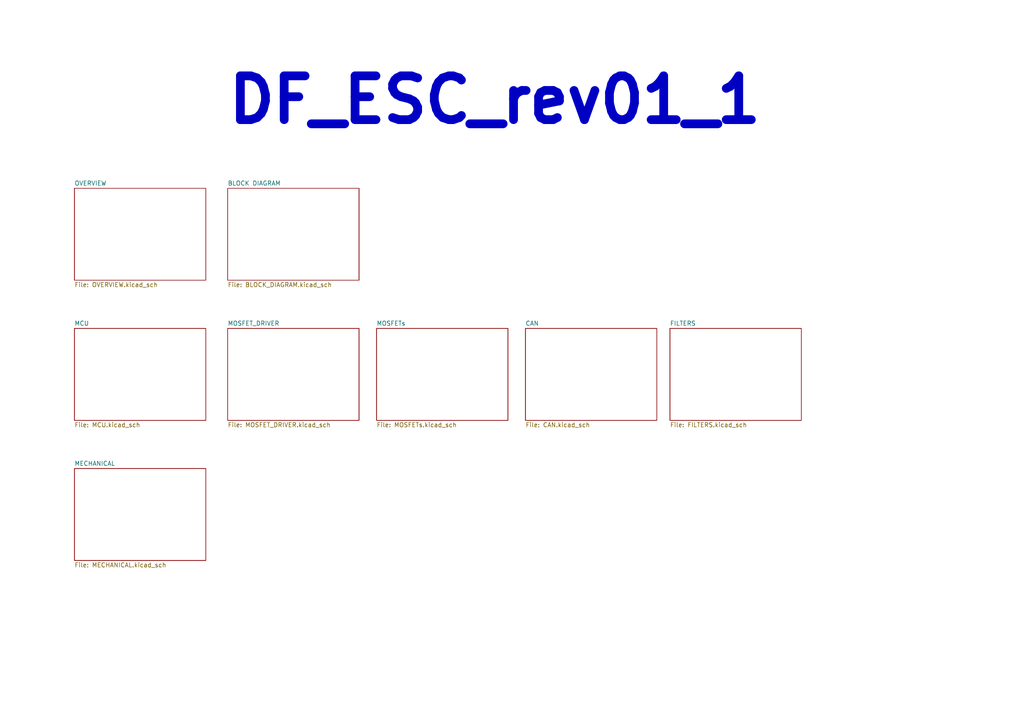
<source format=kicad_sch>
(kicad_sch
	(version 20231120)
	(generator "eeschema")
	(generator_version "8.0")
	(uuid "e63e39d7-6ac0-4ffd-8aa3-1841a4541b55")
	(paper "A4")
	(title_block
		(title "DF_ESC")
		(date "2025-01-29")
		(rev "rev01_1")
		(company "FELOLUX")
		(comment 4 "PETER")
	)
	(lib_symbols)
	(text "${TITLE}_${REVISION}"
		(exclude_from_sim no)
		(at 143.51 29.21 0)
		(effects
			(font
				(size 12.7 12.7)
				(thickness 2.54)
				(bold yes)
			)
		)
		(uuid "ec01f362-6163-4050-801f-55e0644e305a")
	)
	(sheet
		(at 21.59 95.25)
		(size 38.1 26.67)
		(fields_autoplaced yes)
		(stroke
			(width 0.1524)
			(type solid)
		)
		(fill
			(color 0 0 0 0.0000)
		)
		(uuid "2d39d641-1755-4fac-b937-5451b5cb73e6")
		(property "Sheetname" "MCU"
			(at 21.59 94.5384 0)
			(effects
				(font
					(size 1.27 1.27)
				)
				(justify left bottom)
			)
		)
		(property "Sheetfile" "MCU.kicad_sch"
			(at 21.59 122.5046 0)
			(effects
				(font
					(size 1.27 1.27)
				)
				(justify left top)
			)
		)
		(instances
			(project "DF_ESC_rev01.1"
				(path "/e63e39d7-6ac0-4ffd-8aa3-1841a4541b55"
					(page "2")
				)
			)
		)
	)
	(sheet
		(at 66.04 95.25)
		(size 38.1 26.67)
		(fields_autoplaced yes)
		(stroke
			(width 0.1524)
			(type solid)
		)
		(fill
			(color 0 0 0 0.0000)
		)
		(uuid "8eade7e4-3489-4d1e-858b-007fd3cd3528")
		(property "Sheetname" "MOSFET_DRIVER"
			(at 66.04 94.5384 0)
			(effects
				(font
					(size 1.27 1.27)
				)
				(justify left bottom)
			)
		)
		(property "Sheetfile" "MOSFET_DRIVER.kicad_sch"
			(at 66.04 122.5046 0)
			(effects
				(font
					(size 1.27 1.27)
				)
				(justify left top)
			)
		)
		(instances
			(project "DF_ESC_rev01.1"
				(path "/e63e39d7-6ac0-4ffd-8aa3-1841a4541b55"
					(page "3")
				)
			)
		)
	)
	(sheet
		(at 66.04 54.61)
		(size 38.1 26.67)
		(fields_autoplaced yes)
		(stroke
			(width 0.1524)
			(type solid)
		)
		(fill
			(color 0 0 0 0.0000)
		)
		(uuid "a4efb023-b7f6-4197-b87c-bb68f295e0af")
		(property "Sheetname" "BLOCK DIAGRAM"
			(at 66.04 53.8984 0)
			(effects
				(font
					(size 1.27 1.27)
				)
				(justify left bottom)
			)
		)
		(property "Sheetfile" "BLOCK_DIAGRAM.kicad_sch"
			(at 66.04 81.8646 0)
			(effects
				(font
					(size 1.27 1.27)
				)
				(justify left top)
			)
		)
		(instances
			(project "DF_ESC_rev01.1"
				(path "/e63e39d7-6ac0-4ffd-8aa3-1841a4541b55"
					(page "8")
				)
			)
		)
	)
	(sheet
		(at 21.59 135.89)
		(size 38.1 26.67)
		(fields_autoplaced yes)
		(stroke
			(width 0.1524)
			(type solid)
		)
		(fill
			(color 0 0 0 0.0000)
		)
		(uuid "a6713fc6-0bcd-4c25-9881-397688d20bb2")
		(property "Sheetname" "MECHANICAL"
			(at 21.59 135.1784 0)
			(effects
				(font
					(size 1.27 1.27)
				)
				(justify left bottom)
			)
		)
		(property "Sheetfile" "MECHANICAL.kicad_sch"
			(at 21.59 163.1446 0)
			(effects
				(font
					(size 1.27 1.27)
				)
				(justify left top)
			)
		)
		(instances
			(project "DF_ESC_rev01.1"
				(path "/e63e39d7-6ac0-4ffd-8aa3-1841a4541b55"
					(page "9")
				)
			)
		)
	)
	(sheet
		(at 152.4 95.25)
		(size 38.1 26.67)
		(fields_autoplaced yes)
		(stroke
			(width 0.1524)
			(type solid)
		)
		(fill
			(color 0 0 0 0.0000)
		)
		(uuid "c4f87baf-6d0d-422e-8c59-e8b56de72384")
		(property "Sheetname" "CAN"
			(at 152.4 94.5384 0)
			(effects
				(font
					(size 1.27 1.27)
				)
				(justify left bottom)
			)
		)
		(property "Sheetfile" "CAN.kicad_sch"
			(at 152.4 122.5046 0)
			(effects
				(font
					(size 1.27 1.27)
				)
				(justify left top)
			)
		)
		(instances
			(project "DF_ESC_rev01.1"
				(path "/e63e39d7-6ac0-4ffd-8aa3-1841a4541b55"
					(page "5")
				)
			)
		)
	)
	(sheet
		(at 109.22 95.25)
		(size 38.1 26.67)
		(fields_autoplaced yes)
		(stroke
			(width 0.1524)
			(type solid)
		)
		(fill
			(color 0 0 0 0.0000)
		)
		(uuid "e18f391d-a950-4552-b5d7-deca11a58772")
		(property "Sheetname" "MOSFETs"
			(at 109.22 94.5384 0)
			(effects
				(font
					(size 1.27 1.27)
				)
				(justify left bottom)
			)
		)
		(property "Sheetfile" "MOSFETs.kicad_sch"
			(at 109.22 122.5046 0)
			(effects
				(font
					(size 1.27 1.27)
				)
				(justify left top)
			)
		)
		(instances
			(project "DF_ESC_rev01.1"
				(path "/e63e39d7-6ac0-4ffd-8aa3-1841a4541b55"
					(page "4")
				)
			)
		)
	)
	(sheet
		(at 194.31 95.25)
		(size 38.1 26.67)
		(fields_autoplaced yes)
		(stroke
			(width 0.1524)
			(type solid)
		)
		(fill
			(color 0 0 0 0.0000)
		)
		(uuid "e1cb428e-60b0-46ac-a5a5-bfd6d9fdfa40")
		(property "Sheetname" "FILTERS"
			(at 194.31 94.5384 0)
			(effects
				(font
					(size 1.27 1.27)
				)
				(justify left bottom)
			)
		)
		(property "Sheetfile" "FILTERS.kicad_sch"
			(at 194.31 122.5046 0)
			(effects
				(font
					(size 1.27 1.27)
				)
				(justify left top)
			)
		)
		(instances
			(project "DF_ESC_rev01.1"
				(path "/e63e39d7-6ac0-4ffd-8aa3-1841a4541b55"
					(page "6")
				)
			)
		)
	)
	(sheet
		(at 21.59 54.61)
		(size 38.1 26.67)
		(fields_autoplaced yes)
		(stroke
			(width 0.1524)
			(type solid)
		)
		(fill
			(color 0 0 0 0.0000)
		)
		(uuid "e8c5ee94-aa59-42e7-acc5-fdd02c6d3892")
		(property "Sheetname" "OVERVIEW"
			(at 21.59 53.8984 0)
			(effects
				(font
					(size 1.27 1.27)
				)
				(justify left bottom)
			)
		)
		(property "Sheetfile" "OVERVIEW.kicad_sch"
			(at 21.59 81.8646 0)
			(effects
				(font
					(size 1.27 1.27)
				)
				(justify left top)
			)
		)
		(instances
			(project "DF_ESC_rev01.1"
				(path "/e63e39d7-6ac0-4ffd-8aa3-1841a4541b55"
					(page "7")
				)
			)
		)
	)
	(sheet_instances
		(path "/"
			(page "1")
		)
	)
)

</source>
